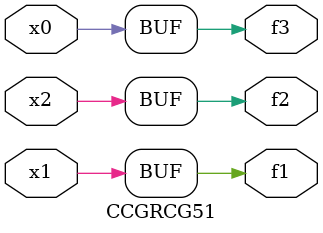
<source format=v>
module CCGRCG51(
	input x0, x1, x2,
	output f1, f2, f3
);
	assign f1 = x1;
	assign f2 = x2;
	assign f3 = x0;
endmodule

</source>
